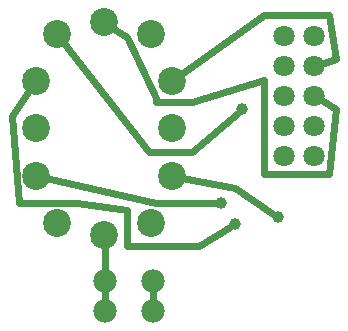
<source format=gbl>
G04 MADE WITH FRITZING*
G04 WWW.FRITZING.ORG*
G04 DOUBLE SIDED*
G04 HOLES PLATED*
G04 CONTOUR ON CENTER OF CONTOUR VECTOR*
%ASAXBY*%
%FSLAX23Y23*%
%MOIN*%
%OFA0B0*%
%SFA1.0B1.0*%
%ADD10C,0.039370*%
%ADD11C,0.070889*%
%ADD12C,0.057000*%
%ADD13C,0.093195*%
%ADD14C,0.078000*%
%ADD15C,0.024000*%
%LNCOPPER0*%
G90*
G70*
G54D10*
X832Y737D03*
X760Y425D03*
X808Y353D03*
X952Y377D03*
G54D11*
X972Y580D03*
X1072Y580D03*
X972Y680D03*
X1072Y680D03*
X972Y780D03*
X1072Y780D03*
X972Y880D03*
X1072Y880D03*
X972Y980D03*
X1072Y980D03*
G54D12*
X972Y580D03*
X1072Y580D03*
X972Y680D03*
X1072Y680D03*
X972Y780D03*
X1072Y780D03*
X972Y880D03*
X1072Y880D03*
X972Y980D03*
X1072Y980D03*
G54D13*
X529Y357D03*
X598Y515D03*
X214Y357D03*
X145Y515D03*
X145Y672D03*
X145Y830D03*
X214Y987D03*
X371Y1027D03*
X529Y987D03*
X598Y830D03*
X598Y672D03*
X371Y318D03*
G54D14*
X533Y64D03*
X533Y164D03*
X533Y64D03*
X533Y164D03*
X375Y62D03*
X375Y162D03*
X375Y62D03*
X375Y162D03*
G54D15*
X533Y94D02*
X533Y134D01*
D02*
X373Y284D02*
X376Y209D01*
D02*
X376Y209D02*
X376Y192D01*
D02*
X1103Y891D02*
X1144Y905D01*
D02*
X1144Y905D02*
X1120Y1049D01*
D02*
X1120Y1049D02*
X904Y1049D01*
D02*
X904Y1049D02*
X625Y849D01*
D02*
X1100Y763D02*
X1144Y737D01*
D02*
X1144Y737D02*
X1120Y521D01*
D02*
X1120Y521D02*
X904Y521D01*
D02*
X904Y521D02*
X904Y833D01*
D02*
X904Y833D02*
X664Y761D01*
D02*
X664Y761D02*
X544Y761D01*
D02*
X544Y761D02*
X544Y773D01*
D02*
X544Y773D02*
X448Y977D01*
D02*
X448Y977D02*
X399Y1008D01*
D02*
X817Y725D02*
X664Y593D01*
D02*
X664Y593D02*
X520Y593D01*
D02*
X520Y593D02*
X234Y961D01*
D02*
X741Y425D02*
X544Y425D01*
D02*
X544Y425D02*
X177Y507D01*
D02*
X791Y343D02*
X688Y281D01*
D02*
X688Y281D02*
X448Y281D01*
D02*
X448Y281D02*
X448Y401D01*
D02*
X448Y401D02*
X280Y425D01*
D02*
X280Y425D02*
X88Y425D01*
D02*
X88Y425D02*
X64Y713D01*
D02*
X64Y713D02*
X126Y802D01*
D02*
X936Y388D02*
X808Y473D01*
D02*
X808Y473D02*
X630Y508D01*
D02*
X375Y132D02*
X375Y92D01*
G04 End of Copper0*
M02*
</source>
